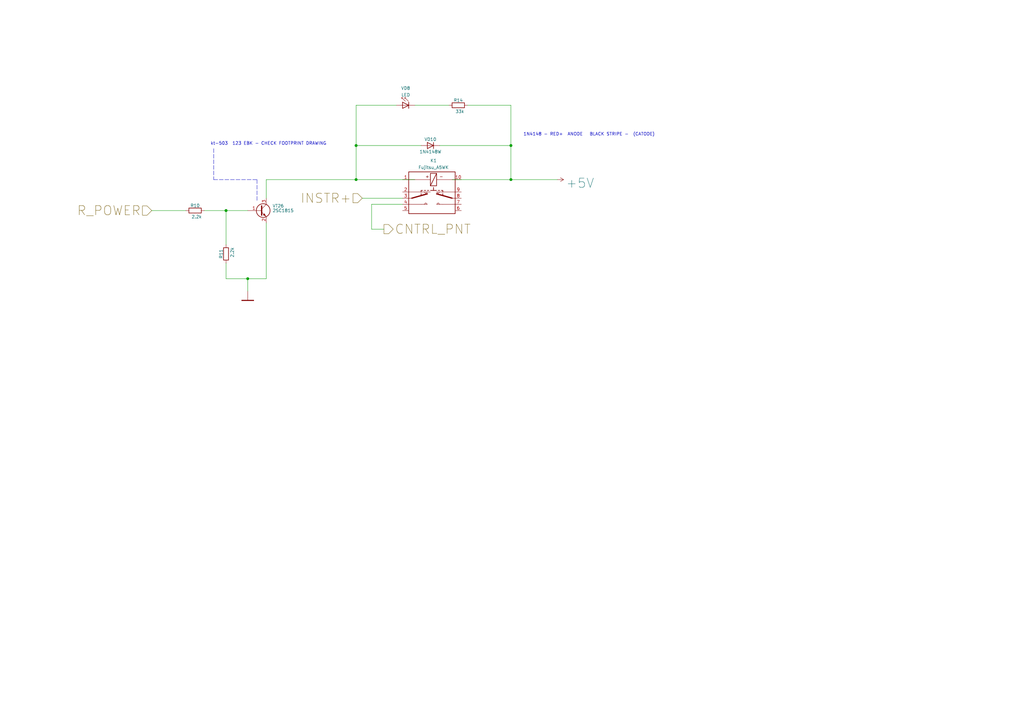
<source format=kicad_sch>
(kicad_sch (version 20210621) (generator eeschema)

  (uuid ac40cfef-fd88-4a9c-8ebf-b4692d83c3fb)

  (paper "A3")

  (lib_symbols
    (symbol "[LTM][Power]:GND" (power) (pin_numbers hide) (pin_names (offset 0) hide) (in_bom yes) (on_board yes)
      (property "Reference" "#PWR" (id 0) (at 0 1.27 0)
        (effects (font (size 1.524 1.524)) hide)
      )
      (property "Value" "GND" (id 1) (at 0 -6.35 0)
        (effects (font (size 2.54 2.54) italic) hide)
      )
      (property "Footprint" "" (id 2) (at 0 0 0)
        (effects (font (size 1.524 1.524)))
      )
      (property "Datasheet" "" (id 3) (at 0 0 0)
        (effects (font (size 1.524 1.524)) hide)
      )
      (symbol "GND_0_1"
        (rectangle (start -2.4892 -3.683) (end 2.4892 -3.9878)
          (stroke (width 0)) (fill (type outline))
        )
        (polyline
          (pts
            (xy 0 0)
            (xy 0 -3.81)
          )
          (stroke (width 0)) (fill (type none))
        )
      )
      (symbol "GND_1_1"
        (pin power_in line (at 0 0 270) (length 0) hide
          (name "GND" (effects (font (size 1.27 1.27))))
          (number "1" (effects (font (size 1.27 1.27))))
        )
      )
    )
    (symbol "my_Library:1N4148W" (pin_numbers hide) (pin_names (offset 1.016) hide) (in_bom yes) (on_board yes)
      (property "Reference" "VD" (id 0) (at 0 2.54 0)
        (effects (font (size 1.27 1.27)))
      )
      (property "Value" "1N4148W" (id 1) (at 0 -2.54 0)
        (effects (font (size 1.27 1.27)))
      )
      (property "Footprint" "my_Library_ftprint:D_SOD-123" (id 2) (at 0 -4.445 0)
        (effects (font (size 1.27 1.27)) hide)
      )
      (property "Datasheet" "https://assets.nexperia.com/documents/data-sheet/1N4148_1N4448.pdf" (id 3) (at 0 0 0)
        (effects (font (size 1.27 1.27)) hide)
      )
      (property "ki_keywords" "diode" (id 4) (at 0 0 0)
        (effects (font (size 1.27 1.27)) hide)
      )
      (property "ki_description" "100V 0.15A standard switching diode, DO-35" (id 5) (at 0 0 0)
        (effects (font (size 1.27 1.27)) hide)
      )
      (property "ki_fp_filters" "D*DO?35*" (id 6) (at 0 0 0)
        (effects (font (size 1.27 1.27)) hide)
      )
      (symbol "1N4148W_0_1"
        (polyline
          (pts
            (xy -1.27 1.27)
            (xy -1.27 -1.27)
          )
          (stroke (width 0.254)) (fill (type none))
        )
        (polyline
          (pts
            (xy 1.27 0)
            (xy -1.27 0)
          )
          (stroke (width 0)) (fill (type none))
        )
        (polyline
          (pts
            (xy 1.27 1.27)
            (xy 1.27 -1.27)
            (xy -1.27 0)
            (xy 1.27 1.27)
          )
          (stroke (width 0.254)) (fill (type none))
        )
      )
      (symbol "1N4148W_1_1"
        (pin passive line (at -3.81 0 0) (length 2.54)
          (name "K" (effects (font (size 1.27 1.27))))
          (number "1" (effects (font (size 1.27 1.27))))
        )
        (pin passive line (at 3.81 0 180) (length 2.54)
          (name "A" (effects (font (size 1.27 1.27))))
          (number "2" (effects (font (size 1.27 1.27))))
        )
      )
    )
    (symbol "my_Library:2.2k" (pin_numbers hide) (pin_names (offset 0)) (in_bom yes) (on_board yes)
      (property "Reference" "R" (id 0) (at 0 2.032 0)
        (effects (font (size 1.27 1.27)))
      )
      (property "Value" "2.2k" (id 1) (at 0.635 -2.54 0)
        (effects (font (size 1.27 1.27)))
      )
      (property "Footprint" "my_Library_ftprint:R_0805_2012Metric" (id 2) (at 0 -1.778 0)
        (effects (font (size 1.27 1.27)) hide)
      )
      (property "Datasheet" "~" (id 3) (at 0 0 90)
        (effects (font (size 1.27 1.27)) hide)
      )
      (property "ki_keywords" "R res resistor" (id 4) (at 0 0 0)
        (effects (font (size 1.27 1.27)) hide)
      )
      (property "ki_description" "Resistor" (id 5) (at 0 0 0)
        (effects (font (size 1.27 1.27)) hide)
      )
      (property "ki_fp_filters" "R_*" (id 6) (at 0 0 0)
        (effects (font (size 1.27 1.27)) hide)
      )
      (symbol "2.2k_0_1"
        (rectangle (start 2.54 -1.016) (end -2.54 1.016)
          (stroke (width 0.254)) (fill (type none))
        )
      )
      (symbol "2.2k_1_1"
        (pin passive line (at -3.81 0 0) (length 1.27)
          (name "~" (effects (font (size 1.27 1.27))))
          (number "1" (effects (font (size 1.27 1.27))))
        )
        (pin passive line (at 3.81 0 180) (length 1.27)
          (name "~" (effects (font (size 1.27 1.27))))
          (number "2" (effects (font (size 1.27 1.27))))
        )
      )
    )
    (symbol "my_Library:2SC1815" (pin_names (offset 0) hide) (in_bom yes) (on_board yes)
      (property "Reference" "VT" (id 0) (at 5.08 1.905 0)
        (effects (font (size 1.27 1.27)) (justify left))
      )
      (property "Value" "2SC1815" (id 1) (at 5.08 0 0)
        (effects (font (size 1.27 1.27)) (justify left))
      )
      (property "Footprint" "my_Library_ftprint:SOT-23_MY_C_E_Silk" (id 2) (at 5.08 -1.905 0)
        (effects (font (size 1.27 1.27) italic) (justify left) hide)
      )
      (property "Datasheet" "https://media.digikey.com/pdf/Data%20Sheets/Toshiba%20PDFs/2SC1815.pdf" (id 3) (at 0 0 0)
        (effects (font (size 1.27 1.27)) (justify left) hide)
      )
      (property "ki_keywords" "Low Noise Audio NPN Transistor" (id 4) (at 0 0 0)
        (effects (font (size 1.27 1.27)) hide)
      )
      (property "ki_description" "0.15A Ic, 50V Vce, Low Noise Audio NPN Transistor, TO-92" (id 5) (at 0 0 0)
        (effects (font (size 1.27 1.27)) hide)
      )
      (property "ki_fp_filters" "TO?92*" (id 6) (at 0 0 0)
        (effects (font (size 1.27 1.27)) hide)
      )
      (symbol "2SC1815_0_1"
        (circle (center 1.27 0) (radius 2.8194) (stroke (width 0.254)) (fill (type none)))
        (polyline
          (pts
            (xy 0 0)
            (xy 0.508 0)
          )
          (stroke (width 0)) (fill (type none))
        )
        (polyline
          (pts
            (xy 0.635 0.635)
            (xy 2.54 2.54)
          )
          (stroke (width 0)) (fill (type none))
        )
        (polyline
          (pts
            (xy 0.635 -0.635)
            (xy 2.54 -2.54)
            (xy 2.54 -2.54)
          )
          (stroke (width 0)) (fill (type none))
        )
        (polyline
          (pts
            (xy 0.635 1.905)
            (xy 0.635 -1.905)
            (xy 0.635 -1.905)
          )
          (stroke (width 0.508)) (fill (type none))
        )
        (polyline
          (pts
            (xy 1.27 -1.778)
            (xy 1.778 -1.27)
            (xy 2.286 -2.286)
            (xy 1.27 -1.778)
            (xy 1.27 -1.778)
          )
          (stroke (width 0)) (fill (type outline))
        )
      )
      (symbol "2SC1815_1_1"
        (pin input line (at -5.08 0 0) (length 5.08)
          (name "B" (effects (font (size 1.27 1.27))))
          (number "1" (effects (font (size 1.27 1.27))))
        )
        (pin passive line (at 2.54 -5.08 90) (length 2.54)
          (name "E" (effects (font (size 1.27 1.27))))
          (number "2" (effects (font (size 1.27 1.27))))
        )
        (pin passive line (at 2.54 5.08 270) (length 2.54)
          (name "C" (effects (font (size 1.27 1.27))))
          (number "3" (effects (font (size 1.27 1.27))))
        )
      )
    )
    (symbol "my_Library:33k" (pin_numbers hide) (pin_names (offset 0)) (in_bom yes) (on_board yes)
      (property "Reference" "R" (id 0) (at 0 2.032 0)
        (effects (font (size 1.27 1.27)))
      )
      (property "Value" "33k" (id 1) (at 0.635 -2.54 0)
        (effects (font (size 1.27 1.27)))
      )
      (property "Footprint" "my_Library_ftprint:R_0805_2012Metric" (id 2) (at 0 -1.778 0)
        (effects (font (size 1.27 1.27)) hide)
      )
      (property "Datasheet" "~" (id 3) (at 0 0 90)
        (effects (font (size 1.27 1.27)) hide)
      )
      (property "ki_keywords" "R res resistor" (id 4) (at 0 0 0)
        (effects (font (size 1.27 1.27)) hide)
      )
      (property "ki_description" "Resistor" (id 5) (at 0 0 0)
        (effects (font (size 1.27 1.27)) hide)
      )
      (property "ki_fp_filters" "R_*" (id 6) (at 0 0 0)
        (effects (font (size 1.27 1.27)) hide)
      )
      (symbol "33k_0_1"
        (rectangle (start 2.54 -1.016) (end -2.54 1.016)
          (stroke (width 0.254)) (fill (type none))
        )
      )
      (symbol "33k_1_1"
        (pin passive line (at -3.81 0 0) (length 1.27)
          (name "~" (effects (font (size 1.27 1.27))))
          (number "1" (effects (font (size 1.27 1.27))))
        )
        (pin passive line (at 3.81 0 180) (length 1.27)
          (name "~" (effects (font (size 1.27 1.27))))
          (number "2" (effects (font (size 1.27 1.27))))
        )
      )
    )
    (symbol "my_Library:Fujitsu_A5WK" (in_bom yes) (on_board yes)
      (property "Reference" "K" (id 0) (at 0 12.8566 0)
        (effects (font (size 1.27 1.27)))
      )
      (property "Value" "Fujitsu_A5WK" (id 1) (at 0 10.0815 0)
        (effects (font (size 1.27 1.27)))
      )
      (property "Footprint" "my_Library_ftprint:Relay_DPDT_Fujitsu_A5WK" (id 2) (at 1.27 26.67 0)
        (effects (font (size 1.27 1.27)) hide)
      )
      (property "Datasheet" "https://www.fujitsu.com/downloads/MICRO/fcai/relays/ftr-f1.pdf" (id 3) (at 3.81 30.48 0)
        (effects (font (size 1.27 1.27)) hide)
      )
      (property "ki_keywords" "double pole double throw relay" (id 4) (at 0 0 0)
        (effects (font (size 1.27 1.27)) hide)
      )
      (property "ki_description" "Fujitsu Low Profile Power Relay" (id 5) (at 0 0 0)
        (effects (font (size 1.27 1.27)) hide)
      )
      (property "ki_fp_filters" "*Relay*DPDT*Fujitsu*FTR*F1C*" (id 6) (at 0 0 0)
        (effects (font (size 1.27 1.27)) hide)
      )
      (symbol "Fujitsu_A5WK_0_0"
        (text "+" (at -2.54 6.35 0)
          (effects (font (size 1.27 1.27)))
        )
        (text "-" (at 3.175 6.35 0)
          (effects (font (size 1.27 1.27)))
        )
      )
      (symbol "Fujitsu_A5WK_0_1"
        (rectangle (start 1.27 7.62) (end -1.27 2.54)
          (stroke (width 0.254)) (fill (type none))
        )
        (polyline
          (pts
            (xy 1.27 7.62)
            (xy -1.27 2.54)
          )
          (stroke (width 0.254)) (fill (type none))
        )
        (polyline
          (pts
            (xy -5.08 0)
            (xy -2.54 0)
            (xy -3.175 -0.635)
            (xy -3.81 0)
          )
          (stroke (width 0)) (fill (type none))
        )
        (polyline
          (pts
            (xy 3.81 0)
            (xy 1.27 0)
            (xy 1.905 -0.635)
            (xy 2.54 0)
          )
          (stroke (width 0)) (fill (type none))
        )
      )
      (symbol "Fujitsu_A5WK_1_1"
        (rectangle (start -10.16 8.255) (end 8.89 -8.89)
          (stroke (width 0.254)) (fill (type none))
        )
        (polyline
          (pts
            (xy -10.16 5.08)
            (xy -1.27 5.08)
          )
          (stroke (width 0)) (fill (type none))
        )
        (polyline
          (pts
            (xy -8.89 -2.54)
            (xy -10.16 -2.54)
          )
          (stroke (width 0.1524)) (fill (type none))
        )
        (polyline
          (pts
            (xy -8.89 -2.54)
            (xy -2.54 -0.762)
          )
          (stroke (width 0.508)) (fill (type none))
        )
        (polyline
          (pts
            (xy -5.08 -5.08)
            (xy -10.16 -5.08)
          )
          (stroke (width 0.1524)) (fill (type none))
        )
        (polyline
          (pts
            (xy -5.08 -0.635)
            (xy -5.08 -1.27)
          )
          (stroke (width 0.254)) (fill (type none))
        )
        (polyline
          (pts
            (xy -5.08 0)
            (xy -10.16 0)
          )
          (stroke (width 0.1524)) (fill (type none))
        )
        (polyline
          (pts
            (xy -5.08 0.635)
            (xy -5.08 0)
          )
          (stroke (width 0.254)) (fill (type none))
        )
        (polyline
          (pts
            (xy -5.08 0.635)
            (xy -4.445 0.635)
          )
          (stroke (width 0.254)) (fill (type none))
        )
        (polyline
          (pts
            (xy -3.81 0.635)
            (xy -3.175 0.635)
          )
          (stroke (width 0.254)) (fill (type none))
        )
        (polyline
          (pts
            (xy -2.54 0)
            (xy -1.27 0)
          )
          (stroke (width 0)) (fill (type none))
        )
        (polyline
          (pts
            (xy -2.54 0.635)
            (xy -1.905 0.635)
          )
          (stroke (width 0.254)) (fill (type none))
        )
        (polyline
          (pts
            (xy -1.27 0.635)
            (xy -0.635 0.635)
          )
          (stroke (width 0.254)) (fill (type none))
        )
        (polyline
          (pts
            (xy -0.635 0.635)
            (xy 0 0.635)
          )
          (stroke (width 0.254)) (fill (type none))
        )
        (polyline
          (pts
            (xy 0 0.635)
            (xy 0 1.27)
          )
          (stroke (width 0.254)) (fill (type none))
        )
        (polyline
          (pts
            (xy 0 0.635)
            (xy 0.635 0.635)
          )
          (stroke (width 0.254)) (fill (type none))
        )
        (polyline
          (pts
            (xy 0 1.905)
            (xy 0 1.27)
          )
          (stroke (width 0.254)) (fill (type none))
        )
        (polyline
          (pts
            (xy 0.635 0.635)
            (xy 1.27 0.635)
          )
          (stroke (width 0.254)) (fill (type none))
        )
        (polyline
          (pts
            (xy 1.905 0.635)
            (xy 2.54 0.635)
          )
          (stroke (width 0.254)) (fill (type none))
        )
        (polyline
          (pts
            (xy 3.175 0.635)
            (xy 3.81 0.635)
          )
          (stroke (width 0.254)) (fill (type none))
        )
        (polyline
          (pts
            (xy 3.81 -5.08)
            (xy 8.89 -5.08)
          )
          (stroke (width 0.1524)) (fill (type none))
        )
        (polyline
          (pts
            (xy 3.81 -0.635)
            (xy 3.81 -1.27)
          )
          (stroke (width 0.254)) (fill (type none))
        )
        (polyline
          (pts
            (xy 3.81 0)
            (xy 8.89 0)
          )
          (stroke (width 0.1524)) (fill (type none))
        )
        (polyline
          (pts
            (xy 3.81 0.635)
            (xy 3.81 0)
          )
          (stroke (width 0.254)) (fill (type none))
        )
        (polyline
          (pts
            (xy 7.62 -2.54)
            (xy 1.27 -0.762)
          )
          (stroke (width 0.508)) (fill (type none))
        )
        (polyline
          (pts
            (xy 7.62 -2.54)
            (xy 8.89 -2.54)
          )
          (stroke (width 0.1524)) (fill (type none))
        )
        (polyline
          (pts
            (xy 8.89 5.08)
            (xy 1.27 5.08)
            (xy 1.524 5.08)
          )
          (stroke (width 0)) (fill (type none))
        )
        (polyline
          (pts
            (xy -5.08 -5.08)
            (xy -2.54 -5.08)
            (xy -3.175 -4.445)
            (xy -3.81 -5.08)
          )
          (stroke (width 0)) (fill (type none))
        )
        (polyline
          (pts
            (xy 3.81 -5.08)
            (xy 1.27 -5.08)
            (xy 1.905 -4.445)
            (xy 2.54 -5.08)
          )
          (stroke (width 0)) (fill (type none))
        )
        (pin passive line (at -12.7 5.08 0) (length 2.54)
          (name "" (effects (font (size 1.27 1.27))))
          (number "1" (effects (font (size 1.27 1.27))))
        )
        (pin passive line (at 11.43 5.08 180) (length 2.54)
          (name "" (effects (font (size 1.27 1.27))))
          (number "10" (effects (font (size 1.27 1.27))))
        )
        (pin passive line (at -12.7 0 0) (length 2.54)
          (name "~" (effects (font (size 1.27 1.27))))
          (number "2" (effects (font (size 1.27 1.27))))
        )
        (pin passive line (at -12.7 -2.54 0) (length 2.54)
          (name "~" (effects (font (size 1.27 1.27))))
          (number "3" (effects (font (size 1.27 1.27))))
        )
        (pin passive line (at -12.7 -5.08 0) (length 2.54)
          (name "~" (effects (font (size 1.27 1.27))))
          (number "4" (effects (font (size 1.27 1.27))))
        )
        (pin input line (at -12.7 -7.62 0) (length 2.54)
          (name "" (effects (font (size 1.27 1.27))))
          (number "5" (effects (font (size 1.27 1.27))))
        )
        (pin input line (at 11.43 -7.62 180) (length 2.54)
          (name "" (effects (font (size 1.27 1.27))))
          (number "6" (effects (font (size 1.27 1.27))))
        )
        (pin passive line (at 11.43 -5.08 180) (length 2.54)
          (name "~" (effects (font (size 1.27 1.27))))
          (number "7" (effects (font (size 1.27 1.27))))
        )
        (pin passive line (at 11.43 -2.54 180) (length 2.54)
          (name "~" (effects (font (size 1.27 1.27))))
          (number "8" (effects (font (size 1.27 1.27))))
        )
        (pin passive line (at 11.43 0 180) (length 2.54)
          (name "~" (effects (font (size 1.27 1.27))))
          (number "9" (effects (font (size 1.27 1.27))))
        )
      )
    )
    (symbol "my_Library:LED" (pin_numbers hide) (pin_names (offset 1.016) hide) (in_bom yes) (on_board yes)
      (property "Reference" "VD" (id 0) (at 0 5.08 0)
        (effects (font (size 1.27 1.27)))
      )
      (property "Value" "LED" (id 1) (at 0 -2.54 0)
        (effects (font (size 1.27 1.27)))
      )
      (property "Footprint" "my_Library_ftprint:LED_0805_2012Metric" (id 2) (at 1.27 -6.35 0)
        (effects (font (size 1.27 1.27)) hide)
      )
      (property "Datasheet" "http://cdn-reichelt.de/documents/datenblatt/A500/SFH4346.pdf" (id 3) (at -1.27 0 0)
        (effects (font (size 1.27 1.27)) hide)
      )
      (property "ki_keywords" "opto IR LED smd LED 0805" (id 4) (at 0 0 0)
        (effects (font (size 1.27 1.27)) hide)
      )
      (property "ki_description" "smd LED 0805" (id 5) (at 0 0 0)
        (effects (font (size 1.27 1.27)) hide)
      )
      (property "ki_fp_filters" "LED*3.0mm*IRBlack*" (id 6) (at 0 0 0)
        (effects (font (size 1.27 1.27)) hide)
      )
      (symbol "LED_0_1"
        (polyline
          (pts
            (xy -2.54 1.27)
            (xy -2.54 -1.27)
          )
          (stroke (width 0.254)) (fill (type none))
        )
        (polyline
          (pts
            (xy 0 0)
            (xy -2.54 0)
          )
          (stroke (width 0)) (fill (type none))
        )
        (polyline
          (pts
            (xy 0.381 3.175)
            (xy -0.127 3.175)
          )
          (stroke (width 0)) (fill (type none))
        )
        (polyline
          (pts
            (xy -1.143 1.651)
            (xy 0.381 3.175)
            (xy 0.381 2.667)
          )
          (stroke (width 0)) (fill (type none))
        )
        (polyline
          (pts
            (xy 0 1.27)
            (xy -2.54 0)
            (xy 0 -1.27)
            (xy 0 1.27)
          )
          (stroke (width 0.254)) (fill (type none))
        )
        (polyline
          (pts
            (xy -2.413 1.651)
            (xy -0.889 3.175)
            (xy -0.889 2.667)
            (xy -0.889 3.175)
            (xy -1.397 3.175)
          )
          (stroke (width 0)) (fill (type none))
        )
      )
      (symbol "LED_1_1"
        (pin passive line (at -5.08 0 0) (length 2.54)
          (name "K" (effects (font (size 1.27 1.27))))
          (number "1" (effects (font (size 1.27 1.27))))
        )
        (pin passive line (at 2.54 0 180) (length 2.54)
          (name "A" (effects (font (size 1.27 1.27))))
          (number "2" (effects (font (size 1.27 1.27))))
        )
      )
    )
    (symbol "power:+5V" (power) (pin_names (offset 0)) (in_bom yes) (on_board yes)
      (property "Reference" "#PWR" (id 0) (at 0 -3.81 0)
        (effects (font (size 1.27 1.27)) hide)
      )
      (property "Value" "+5V" (id 1) (at 0 3.556 0)
        (effects (font (size 1.27 1.27)))
      )
      (property "Footprint" "" (id 2) (at 0 0 0)
        (effects (font (size 1.27 1.27)) hide)
      )
      (property "Datasheet" "" (id 3) (at 0 0 0)
        (effects (font (size 1.27 1.27)) hide)
      )
      (property "ki_keywords" "power-flag" (id 4) (at 0 0 0)
        (effects (font (size 1.27 1.27)) hide)
      )
      (property "ki_description" "Power symbol creates a global label with name \"+5V\"" (id 5) (at 0 0 0)
        (effects (font (size 1.27 1.27)) hide)
      )
      (symbol "+5V_0_1"
        (polyline
          (pts
            (xy -0.762 1.27)
            (xy 0 2.54)
          )
          (stroke (width 0)) (fill (type none))
        )
        (polyline
          (pts
            (xy 0 0)
            (xy 0 2.54)
          )
          (stroke (width 0)) (fill (type none))
        )
        (polyline
          (pts
            (xy 0 2.54)
            (xy 0.762 1.27)
          )
          (stroke (width 0)) (fill (type none))
        )
      )
      (symbol "+5V_1_1"
        (pin power_in line (at 0 0 90) (length 0) hide
          (name "+5V" (effects (font (size 1.27 1.27))))
          (number "1" (effects (font (size 1.27 1.27))))
        )
      )
    )
  )

  (junction (at 92.71 86.36) (diameter 1.016) (color 0 0 0 0))
  (junction (at 101.6 114.3) (diameter 1.016) (color 0 0 0 0))
  (junction (at 146.05 59.69) (diameter 1.016) (color 0 0 0 0))
  (junction (at 146.05 73.66) (diameter 1.016) (color 0 0 0 0))
  (junction (at 209.55 59.69) (diameter 1.016) (color 0 0 0 0))
  (junction (at 209.55 73.66) (diameter 1.016) (color 0 0 0 0))

  (wire (pts (xy 62.23 86.36) (xy 76.2 86.36))
    (stroke (width 0) (type solid) (color 0 0 0 0))
    (uuid 02dbba10-df59-46bd-93ac-f1cb099e8a59)
  )
  (wire (pts (xy 83.82 86.36) (xy 92.71 86.36))
    (stroke (width 0) (type solid) (color 0 0 0 0))
    (uuid 01c5ca0f-371f-4a24-b9a4-283f3b1d74c1)
  )
  (wire (pts (xy 92.71 86.36) (xy 92.71 100.33))
    (stroke (width 0) (type solid) (color 0 0 0 0))
    (uuid 583f97e7-5efe-4d55-ab46-5cbf108d1a9a)
  )
  (wire (pts (xy 92.71 86.36) (xy 101.6 86.36))
    (stroke (width 0) (type solid) (color 0 0 0 0))
    (uuid a7ba8de7-436a-49f2-b337-b566a6e6092e)
  )
  (wire (pts (xy 92.71 107.95) (xy 92.71 114.3))
    (stroke (width 0) (type solid) (color 0 0 0 0))
    (uuid 2a1a9f26-a291-4937-ba36-99c8985c266c)
  )
  (wire (pts (xy 101.6 114.3) (xy 92.71 114.3))
    (stroke (width 0) (type solid) (color 0 0 0 0))
    (uuid a441d693-872f-4d12-bb08-24c67e16cd57)
  )
  (wire (pts (xy 101.6 114.3) (xy 101.6 119.38))
    (stroke (width 0) (type solid) (color 0 0 0 0))
    (uuid b533be77-30ce-44ee-840e-795f5970bf0a)
  )
  (wire (pts (xy 109.22 73.66) (xy 109.22 81.28))
    (stroke (width 0) (type solid) (color 0 0 0 0))
    (uuid e7493b0d-b6c4-42b3-87cc-80c61f3daba8)
  )
  (wire (pts (xy 109.22 91.44) (xy 109.22 114.3))
    (stroke (width 0) (type solid) (color 0 0 0 0))
    (uuid f506a927-a58f-4ea3-a00c-979b0d5db6ed)
  )
  (wire (pts (xy 109.22 114.3) (xy 101.6 114.3))
    (stroke (width 0) (type solid) (color 0 0 0 0))
    (uuid 24879501-109a-4316-8f64-bc99b72983f3)
  )
  (wire (pts (xy 146.05 43.18) (xy 146.05 59.69))
    (stroke (width 0) (type solid) (color 0 0 0 0))
    (uuid e0db4085-2607-4b19-a109-0e21937b5194)
  )
  (wire (pts (xy 146.05 43.18) (xy 162.56 43.18))
    (stroke (width 0) (type solid) (color 0 0 0 0))
    (uuid 2685e0eb-e779-438f-90e9-c136f9825892)
  )
  (wire (pts (xy 146.05 59.69) (xy 146.05 73.66))
    (stroke (width 0) (type solid) (color 0 0 0 0))
    (uuid 7121d6e1-439a-441f-ae11-0c4e1beb493b)
  )
  (wire (pts (xy 146.05 73.66) (xy 109.22 73.66))
    (stroke (width 0) (type solid) (color 0 0 0 0))
    (uuid 5fcd9b3d-7d43-47d8-935c-860a5990afff)
  )
  (wire (pts (xy 148.59 81.28) (xy 165.1 81.28))
    (stroke (width 0) (type solid) (color 0 0 0 0))
    (uuid 03f6a579-bae6-4016-b31e-e6263452ba98)
  )
  (wire (pts (xy 152.4 83.82) (xy 152.4 93.98))
    (stroke (width 0) (type solid) (color 0 0 0 0))
    (uuid f1fdc893-989f-4ea9-ab85-24da1077407c)
  )
  (wire (pts (xy 152.4 93.98) (xy 157.48 93.98))
    (stroke (width 0) (type solid) (color 0 0 0 0))
    (uuid f1fdc893-989f-4ea9-ab85-24da1077407c)
  )
  (wire (pts (xy 165.1 83.82) (xy 152.4 83.82))
    (stroke (width 0) (type solid) (color 0 0 0 0))
    (uuid f1fdc893-989f-4ea9-ab85-24da1077407c)
  )
  (wire (pts (xy 170.18 43.18) (xy 184.15 43.18))
    (stroke (width 0) (type solid) (color 0 0 0 0))
    (uuid 3c23c331-a89e-4f14-8684-7e8f389897a8)
  )
  (wire (pts (xy 170.18 73.66) (xy 146.05 73.66))
    (stroke (width 0) (type solid) (color 0 0 0 0))
    (uuid a09db178-65e9-491e-8f03-dcf8646af4a3)
  )
  (wire (pts (xy 172.72 59.69) (xy 146.05 59.69))
    (stroke (width 0) (type solid) (color 0 0 0 0))
    (uuid 0996ede2-4626-45c8-a884-f18ccee25ccf)
  )
  (wire (pts (xy 180.34 59.69) (xy 209.55 59.69))
    (stroke (width 0) (type solid) (color 0 0 0 0))
    (uuid 0438fe01-ca31-4352-bdf7-4e1300439eb6)
  )
  (wire (pts (xy 185.42 73.66) (xy 209.55 73.66))
    (stroke (width 0) (type solid) (color 0 0 0 0))
    (uuid 8b437129-03c5-42ff-8bef-be1a096222b3)
  )
  (wire (pts (xy 191.77 43.18) (xy 209.55 43.18))
    (stroke (width 0) (type solid) (color 0 0 0 0))
    (uuid 264724cd-8c0d-41b6-bf98-55b618a7af0b)
  )
  (wire (pts (xy 209.55 43.18) (xy 209.55 59.69))
    (stroke (width 0) (type solid) (color 0 0 0 0))
    (uuid ed8c4a62-c79f-4400-ac2d-46dc94cdce4a)
  )
  (wire (pts (xy 209.55 59.69) (xy 209.55 73.66))
    (stroke (width 0) (type solid) (color 0 0 0 0))
    (uuid fdbdc620-b67f-405f-9def-60bfb9392523)
  )
  (wire (pts (xy 228.6 73.66) (xy 209.55 73.66))
    (stroke (width 0) (type solid) (color 0 0 0 0))
    (uuid 0ae63ddf-6999-49b2-883d-80c664395428)
  )
  (polyline (pts (xy 87.63 60.96) (xy 87.63 73.66))
    (stroke (width 0) (type dash) (color 0 0 0 0))
    (uuid e6c913d9-4d07-4ecf-9ad7-1703fce0ece6)
  )
  (polyline (pts (xy 87.63 73.66) (xy 105.41 73.66))
    (stroke (width 0) (type dash) (color 0 0 0 0))
    (uuid 9a09ab53-b87f-44b2-9b16-6f9315643072)
  )
  (polyline (pts (xy 105.41 73.66) (xy 105.41 82.55))
    (stroke (width 0) (type dash) (color 0 0 0 0))
    (uuid 076fdc20-c8e6-4909-a839-aa226b5dd39e)
  )

  (text "kt-503  123 EBK - CHECK FOOTPRINT DRAWING" (at 86.36 59.69 0)
    (effects (font (size 1.27 1.27)) (justify left bottom))
    (uuid 39864f48-d330-4369-9733-0e1a7cdc28d5)
  )
  (text "1N4148 - RED+  ANODE   BLACK STRIPE -  (CATODE)" (at 214.63 55.88 0)
    (effects (font (size 1.27 1.27)) (justify left bottom))
    (uuid 24cf6b95-af40-40d3-8ab3-4762fe2ec2b5)
  )

  (hierarchical_label "R_POWER" (shape input) (at 62.23 86.36 180)
    (effects (font (size 3.81 3.81)) (justify right))
    (uuid c4db7c86-2018-4e3b-a91b-dc36c6194c4b)
  )
  (hierarchical_label "INSTR+" (shape input) (at 148.59 81.28 180)
    (effects (font (size 3.81 3.81)) (justify right))
    (uuid b18bdcac-ed35-4cd6-a1f6-aeb97ecaa9b5)
  )
  (hierarchical_label "CNTRL_PNT" (shape output) (at 157.48 93.98 0)
    (effects (font (size 3.81 3.81)) (justify left))
    (uuid cb4066ef-18c3-42d4-a525-3aa7d508451b)
  )

  (symbol (lib_id "power:+5V") (at 228.6 73.66 270) (unit 1)
    (in_bom yes) (on_board yes) (fields_autoplaced)
    (uuid 67497359-8fd6-4d7f-9a8a-3640b4221608)
    (property "Reference" "#PWR024" (id 0) (at 224.79 73.66 0)
      (effects (font (size 1.27 1.27)) hide)
    )
    (property "Value" "+5V" (id 1) (at 231.7751 75.097 90)
      (effects (font (size 3.81 3.81)) (justify left))
    )
    (property "Footprint" "" (id 2) (at 228.6 73.66 0)
      (effects (font (size 1.27 1.27)) hide)
    )
    (property "Datasheet" "" (id 3) (at 228.6 73.66 0)
      (effects (font (size 1.27 1.27)) hide)
    )
    (pin "1" (uuid 1e5fbd2a-1bd3-4f8b-b402-ae8b63262518))
  )

  (symbol (lib_id "my_Library:2.2k") (at 80.01 86.36 0) (unit 1)
    (in_bom yes) (on_board yes) (fields_autoplaced)
    (uuid 158f21d0-a9ac-4546-9d0f-ed3fc560dc48)
    (property "Reference" "R10" (id 0) (at 80.01 84.328 0))
    (property "Value" "2.2k" (id 1) (at 80.645 88.9 0))
    (property "Footprint" "my_Library_ftprint:R_0805_2012Metric" (id 2) (at 80.01 88.138 0)
      (effects (font (size 1.27 1.27)) hide)
    )
    (property "Datasheet" "~" (id 3) (at 80.01 86.36 90)
      (effects (font (size 1.27 1.27)) hide)
    )
    (pin "1" (uuid e1b6ee62-8913-41df-966b-5cb7d5335618))
    (pin "2" (uuid 7cd991f5-e476-4d6f-a500-35421673b5a3))
  )

  (symbol (lib_id "my_Library:2.2k") (at 92.71 104.14 90) (unit 1)
    (in_bom yes) (on_board yes) (fields_autoplaced)
    (uuid 6438d40b-d64e-41cc-b760-fae47f2c1ba0)
    (property "Reference" "R11" (id 0) (at 90.678 104.14 0))
    (property "Value" "2.2k" (id 1) (at 95.25 103.505 0))
    (property "Footprint" "my_Library_ftprint:R_0805_2012Metric" (id 2) (at 94.488 104.14 0)
      (effects (font (size 1.27 1.27)) hide)
    )
    (property "Datasheet" "~" (id 3) (at 92.71 104.14 90)
      (effects (font (size 1.27 1.27)) hide)
    )
    (pin "1" (uuid 04d4d23f-a674-4dac-bba2-4ba4942c92ce))
    (pin "2" (uuid c2a5f522-1ceb-4d7a-99b2-39430e1f27f7))
  )

  (symbol (lib_id "my_Library:33k") (at 187.96 43.18 0) (unit 1)
    (in_bom yes) (on_board yes) (fields_autoplaced)
    (uuid e30a9449-395d-4ad8-9e73-d86bf632db15)
    (property "Reference" "R14" (id 0) (at 187.96 41.148 0))
    (property "Value" "33k" (id 1) (at 188.595 45.72 0))
    (property "Footprint" "my_Library_ftprint:R_0805_2012Metric" (id 2) (at 187.96 44.958 0)
      (effects (font (size 1.27 1.27)) hide)
    )
    (property "Datasheet" "~" (id 3) (at 187.96 43.18 90)
      (effects (font (size 1.27 1.27)) hide)
    )
    (pin "1" (uuid 792a6edd-6ae5-4101-b125-6f7cec5b335a))
    (pin "2" (uuid f28c03aa-6a9d-4325-b317-08b66aaa5173))
  )

  (symbol (lib_id "[LTM][Power]:GND") (at 101.6 119.38 0) (mirror y) (unit 1)
    (in_bom yes) (on_board yes) (fields_autoplaced)
    (uuid a8193eed-6bd9-4d33-88d7-4bf5e50dc392)
    (property "Reference" "#PWR023" (id 0) (at 101.6 118.11 0)
      (effects (font (size 1.524 1.524)) hide)
    )
    (property "Value" "GND" (id 1) (at 101.6 125.73 0)
      (effects (font (size 2.54 2.54) italic) hide)
    )
    (property "Footprint" "" (id 2) (at 101.6 119.38 0)
      (effects (font (size 1.524 1.524)))
    )
    (property "Datasheet" "" (id 3) (at 101.6 119.38 0)
      (effects (font (size 1.524 1.524)) hide)
    )
    (pin "1" (uuid ecd9af28-9b14-4846-8c25-04632db531ae))
  )

  (symbol (lib_id "my_Library:1N4148W") (at 176.53 59.69 0) (mirror y) (unit 1)
    (in_bom yes) (on_board yes) (fields_autoplaced)
    (uuid ea90f0c2-1c30-43fa-a350-d1c925170759)
    (property "Reference" "VD10" (id 0) (at 176.53 57.15 0))
    (property "Value" "1N4148W" (id 1) (at 176.53 62.23 0))
    (property "Footprint" "my_Library_ftprint:D_SOD-123" (id 2) (at 176.53 64.135 0)
      (effects (font (size 1.27 1.27)) hide)
    )
    (property "Datasheet" "https://assets.nexperia.com/documents/data-sheet/1N4148_1N4448.pdf" (id 3) (at 176.53 59.69 0)
      (effects (font (size 1.27 1.27)) hide)
    )
    (pin "1" (uuid b21f20fe-8c9c-436d-84ed-69b4d7d2f47f))
    (pin "2" (uuid 7fc4b7dd-2e30-41b9-8956-01e023de90e6))
  )

  (symbol (lib_id "my_Library:LED") (at 165.1 43.18 0) (mirror y) (unit 1)
    (in_bom yes) (on_board yes) (fields_autoplaced)
    (uuid 92e91401-5ceb-4072-b17f-8bba3729e1bb)
    (property "Reference" "VD8" (id 0) (at 166.37 36.1654 0))
    (property "Value" "LED" (id 1) (at 166.37 38.9405 0))
    (property "Footprint" "my_Library_ftprint:LED_0805_2012Metric" (id 2) (at 163.83 49.53 0)
      (effects (font (size 1.27 1.27)) hide)
    )
    (property "Datasheet" "http://cdn-reichelt.de/documents/datenblatt/A500/SFH4346.pdf" (id 3) (at 166.37 43.18 0)
      (effects (font (size 1.27 1.27)) hide)
    )
    (pin "1" (uuid 4aeae648-98a7-43ff-ac7a-fec3cd9f38ff))
    (pin "2" (uuid 5f1f3b1e-6f95-49b1-a79b-8accd60dd2bb))
  )

  (symbol (lib_id "my_Library:2SC1815") (at 106.68 86.36 0) (unit 1)
    (in_bom yes) (on_board yes) (fields_autoplaced)
    (uuid e42bde2d-f799-4036-8296-37cdfe3f8eb1)
    (property "Reference" "VT26" (id 0) (at 111.76 84.455 0)
      (effects (font (size 1.27 1.27)) (justify left))
    )
    (property "Value" "2SC1815" (id 1) (at 111.76 86.36 0)
      (effects (font (size 1.27 1.27)) (justify left))
    )
    (property "Footprint" "my_Library_ftprint:SOT-23_MY_C_E_Silk" (id 2) (at 111.76 88.265 0)
      (effects (font (size 1.27 1.27) italic) (justify left) hide)
    )
    (property "Datasheet" "https://media.digikey.com/pdf/Data%20Sheets/Toshiba%20PDFs/2SC1815.pdf" (id 3) (at 106.68 86.36 0)
      (effects (font (size 1.27 1.27)) (justify left) hide)
    )
    (pin "1" (uuid d0c01e2e-566a-4c42-a903-e25f1f5cdd88))
    (pin "2" (uuid c722f51d-a15b-4588-9aaf-5e600eb2b212))
    (pin "3" (uuid 99953321-6814-4963-9101-5a03374c0b60))
  )

  (symbol (lib_id "my_Library:Fujitsu_A5WK") (at 177.8 78.74 0) (unit 1)
    (in_bom yes) (on_board yes) (fields_autoplaced)
    (uuid c05154c3-0135-47c7-b6c6-4ba7c1bbb820)
    (property "Reference" "K1" (id 0) (at 177.8 65.8834 0))
    (property "Value" "Fujitsu_A5WK" (id 1) (at 177.8 68.6585 0))
    (property "Footprint" "my_Library_ftprint:Relay_DPDT_Fujitsu_A5WK" (id 2) (at 179.07 52.07 0)
      (effects (font (size 1.27 1.27)) hide)
    )
    (property "Datasheet" "https://www.fujitsu.com/downloads/MICRO/fcai/relays/ftr-f1.pdf" (id 3) (at 181.61 48.26 0)
      (effects (font (size 1.27 1.27)) hide)
    )
    (pin "1" (uuid c348bdb8-351d-46ee-9efb-54c0f992399b))
    (pin "10" (uuid e505c88f-ff32-4bef-bf61-d25d7bf8cc2e))
    (pin "2" (uuid d5fd5159-9de2-4d59-aace-ad9293276735))
    (pin "3" (uuid 2536aa26-0004-4b59-8198-b3d606aed1a0))
    (pin "4" (uuid fc7e9f3d-3c57-4be5-ba25-7d6743442c72))
    (pin "5" (uuid 74500637-8bfd-4f82-8853-419815d820d9))
    (pin "6" (uuid 42bab9d5-d6ce-4e49-80a4-08b1990f2199))
    (pin "7" (uuid 4b4d94fe-68aa-4567-a927-703d9dca3667))
    (pin "8" (uuid 41d26a43-d5d9-4376-9631-28b085cc43ba))
    (pin "9" (uuid e6550c6a-f296-4c03-9f4c-e55155cda25b))
  )
)

</source>
